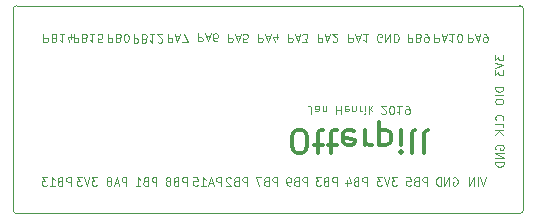
<source format=gbo>
G04 #@! TF.GenerationSoftware,KiCad,Pcbnew,5.0.1*
G04 #@! TF.CreationDate,2019-10-17T01:14:01+02:00*
G04 #@! TF.ProjectId,OtterPill,4F7474657250696C6C2E6B696361645F,rev?*
G04 #@! TF.SameCoordinates,Original*
G04 #@! TF.FileFunction,Legend,Bot*
G04 #@! TF.FilePolarity,Positive*
%FSLAX46Y46*%
G04 Gerber Fmt 4.6, Leading zero omitted, Abs format (unit mm)*
G04 Created by KiCad (PCBNEW 5.0.1) date Thu 17 Oct 2019 01:14:01 AM CEST*
%MOMM*%
%LPD*%
G01*
G04 APERTURE LIST*
%ADD10C,0.100000*%
%ADD11C,0.300000*%
%ADD12C,0.050000*%
G04 APERTURE END LIST*
D10*
X45250000Y-28983333D02*
X45250000Y-28483333D01*
X45216666Y-28383333D01*
X45150000Y-28316666D01*
X45050000Y-28283333D01*
X44983333Y-28283333D01*
X45883333Y-28283333D02*
X45883333Y-28650000D01*
X45850000Y-28716666D01*
X45783333Y-28750000D01*
X45650000Y-28750000D01*
X45583333Y-28716666D01*
X45883333Y-28316666D02*
X45816666Y-28283333D01*
X45650000Y-28283333D01*
X45583333Y-28316666D01*
X45550000Y-28383333D01*
X45550000Y-28450000D01*
X45583333Y-28516666D01*
X45650000Y-28550000D01*
X45816666Y-28550000D01*
X45883333Y-28583333D01*
X46216666Y-28750000D02*
X46216666Y-28283333D01*
X46216666Y-28683333D02*
X46250000Y-28716666D01*
X46316666Y-28750000D01*
X46416666Y-28750000D01*
X46483333Y-28716666D01*
X46516666Y-28650000D01*
X46516666Y-28283333D01*
X47383333Y-28283333D02*
X47383333Y-28983333D01*
X47383333Y-28650000D02*
X47783333Y-28650000D01*
X47783333Y-28283333D02*
X47783333Y-28983333D01*
X48383333Y-28316666D02*
X48316666Y-28283333D01*
X48183333Y-28283333D01*
X48116666Y-28316666D01*
X48083333Y-28383333D01*
X48083333Y-28650000D01*
X48116666Y-28716666D01*
X48183333Y-28750000D01*
X48316666Y-28750000D01*
X48383333Y-28716666D01*
X48416666Y-28650000D01*
X48416666Y-28583333D01*
X48083333Y-28516666D01*
X48716666Y-28750000D02*
X48716666Y-28283333D01*
X48716666Y-28683333D02*
X48749999Y-28716666D01*
X48816666Y-28750000D01*
X48916666Y-28750000D01*
X48983333Y-28716666D01*
X49016666Y-28650000D01*
X49016666Y-28283333D01*
X49349999Y-28283333D02*
X49349999Y-28750000D01*
X49349999Y-28616666D02*
X49383333Y-28683333D01*
X49416666Y-28716666D01*
X49483333Y-28750000D01*
X49549999Y-28750000D01*
X49783333Y-28283333D02*
X49783333Y-28750000D01*
X49783333Y-28983333D02*
X49749999Y-28950000D01*
X49783333Y-28916666D01*
X49816666Y-28950000D01*
X49783333Y-28983333D01*
X49783333Y-28916666D01*
X50116666Y-28283333D02*
X50116666Y-28983333D01*
X50183333Y-28550000D02*
X50383333Y-28283333D01*
X50383333Y-28750000D02*
X50116666Y-28483333D01*
X51183333Y-28916666D02*
X51216666Y-28950000D01*
X51283333Y-28983333D01*
X51449999Y-28983333D01*
X51516666Y-28950000D01*
X51549999Y-28916666D01*
X51583333Y-28850000D01*
X51583333Y-28783333D01*
X51549999Y-28683333D01*
X51149999Y-28283333D01*
X51583333Y-28283333D01*
X52016666Y-28983333D02*
X52083333Y-28983333D01*
X52149999Y-28950000D01*
X52183333Y-28916666D01*
X52216666Y-28850000D01*
X52249999Y-28716666D01*
X52249999Y-28550000D01*
X52216666Y-28416666D01*
X52183333Y-28350000D01*
X52149999Y-28316666D01*
X52083333Y-28283333D01*
X52016666Y-28283333D01*
X51949999Y-28316666D01*
X51916666Y-28350000D01*
X51883333Y-28416666D01*
X51849999Y-28550000D01*
X51849999Y-28716666D01*
X51883333Y-28850000D01*
X51916666Y-28916666D01*
X51949999Y-28950000D01*
X52016666Y-28983333D01*
X52916666Y-28283333D02*
X52516666Y-28283333D01*
X52716666Y-28283333D02*
X52716666Y-28983333D01*
X52649999Y-28883333D01*
X52583333Y-28816666D01*
X52516666Y-28783333D01*
X53249999Y-28283333D02*
X53383333Y-28283333D01*
X53449999Y-28316666D01*
X53483333Y-28350000D01*
X53549999Y-28450000D01*
X53583333Y-28583333D01*
X53583333Y-28850000D01*
X53549999Y-28916666D01*
X53516666Y-28950000D01*
X53449999Y-28983333D01*
X53316666Y-28983333D01*
X53249999Y-28950000D01*
X53216666Y-28916666D01*
X53183333Y-28850000D01*
X53183333Y-28683333D01*
X53216666Y-28616666D01*
X53249999Y-28583333D01*
X53316666Y-28550000D01*
X53449999Y-28550000D01*
X53516666Y-28583333D01*
X53549999Y-28616666D01*
X53583333Y-28683333D01*
D11*
X44061904Y-32295238D02*
X44442857Y-32295238D01*
X44633333Y-32200000D01*
X44823809Y-32009523D01*
X44919047Y-31628571D01*
X44919047Y-30961904D01*
X44823809Y-30580952D01*
X44633333Y-30390476D01*
X44442857Y-30295238D01*
X44061904Y-30295238D01*
X43871428Y-30390476D01*
X43680952Y-30580952D01*
X43585714Y-30961904D01*
X43585714Y-31628571D01*
X43680952Y-32009523D01*
X43871428Y-32200000D01*
X44061904Y-32295238D01*
X45490476Y-31628571D02*
X46252380Y-31628571D01*
X45776190Y-32295238D02*
X45776190Y-30580952D01*
X45871428Y-30390476D01*
X46061904Y-30295238D01*
X46252380Y-30295238D01*
X46633333Y-31628571D02*
X47395238Y-31628571D01*
X46919047Y-32295238D02*
X46919047Y-30580952D01*
X47014285Y-30390476D01*
X47204761Y-30295238D01*
X47395238Y-30295238D01*
X48823809Y-30390476D02*
X48633333Y-30295238D01*
X48252380Y-30295238D01*
X48061904Y-30390476D01*
X47966666Y-30580952D01*
X47966666Y-31342857D01*
X48061904Y-31533333D01*
X48252380Y-31628571D01*
X48633333Y-31628571D01*
X48823809Y-31533333D01*
X48919047Y-31342857D01*
X48919047Y-31152380D01*
X47966666Y-30961904D01*
X49776190Y-30295238D02*
X49776190Y-31628571D01*
X49776190Y-31247619D02*
X49871428Y-31438095D01*
X49966666Y-31533333D01*
X50157142Y-31628571D01*
X50347619Y-31628571D01*
X51014285Y-31628571D02*
X51014285Y-29628571D01*
X51014285Y-31533333D02*
X51204761Y-31628571D01*
X51585714Y-31628571D01*
X51776190Y-31533333D01*
X51871428Y-31438095D01*
X51966666Y-31247619D01*
X51966666Y-30676190D01*
X51871428Y-30485714D01*
X51776190Y-30390476D01*
X51585714Y-30295238D01*
X51204761Y-30295238D01*
X51014285Y-30390476D01*
X52823809Y-30295238D02*
X52823809Y-31628571D01*
X52823809Y-32295238D02*
X52728571Y-32200000D01*
X52823809Y-32104761D01*
X52919047Y-32200000D01*
X52823809Y-32295238D01*
X52823809Y-32104761D01*
X54061904Y-30295238D02*
X53871428Y-30390476D01*
X53776190Y-30580952D01*
X53776190Y-32295238D01*
X55109523Y-30295238D02*
X54919047Y-30390476D01*
X54823809Y-30580952D01*
X54823809Y-32295238D01*
D10*
X60816666Y-23983333D02*
X60816666Y-24416666D01*
X61083333Y-24183333D01*
X61083333Y-24283333D01*
X61116666Y-24350000D01*
X61150000Y-24383333D01*
X61216666Y-24416666D01*
X61383333Y-24416666D01*
X61450000Y-24383333D01*
X61483333Y-24350000D01*
X61516666Y-24283333D01*
X61516666Y-24083333D01*
X61483333Y-24016666D01*
X61450000Y-23983333D01*
X60816666Y-24616666D02*
X61516666Y-24850000D01*
X60816666Y-25083333D01*
X60816666Y-25250000D02*
X60816666Y-25683333D01*
X61083333Y-25450000D01*
X61083333Y-25550000D01*
X61116666Y-25616666D01*
X61150000Y-25650000D01*
X61216666Y-25683333D01*
X61383333Y-25683333D01*
X61450000Y-25650000D01*
X61483333Y-25616666D01*
X61516666Y-25550000D01*
X61516666Y-25350000D01*
X61483333Y-25283333D01*
X61450000Y-25250000D01*
X61516666Y-26683333D02*
X60816666Y-26683333D01*
X60816666Y-26850000D01*
X60850000Y-26950000D01*
X60916666Y-27016666D01*
X60983333Y-27050000D01*
X61116666Y-27083333D01*
X61216666Y-27083333D01*
X61350000Y-27050000D01*
X61416666Y-27016666D01*
X61483333Y-26950000D01*
X61516666Y-26850000D01*
X61516666Y-26683333D01*
X61516666Y-27383333D02*
X60816666Y-27383333D01*
X60816666Y-27850000D02*
X60816666Y-27983333D01*
X60850000Y-28050000D01*
X60916666Y-28116666D01*
X61050000Y-28150000D01*
X61283333Y-28150000D01*
X61416666Y-28116666D01*
X61483333Y-28050000D01*
X61516666Y-27983333D01*
X61516666Y-27850000D01*
X61483333Y-27783333D01*
X61416666Y-27716666D01*
X61283333Y-27683333D01*
X61050000Y-27683333D01*
X60916666Y-27716666D01*
X60850000Y-27783333D01*
X60816666Y-27850000D01*
X61450000Y-29483333D02*
X61483333Y-29450000D01*
X61516666Y-29350000D01*
X61516666Y-29283333D01*
X61483333Y-29183333D01*
X61416666Y-29116666D01*
X61350000Y-29083333D01*
X61216666Y-29050000D01*
X61116666Y-29050000D01*
X60983333Y-29083333D01*
X60916666Y-29116666D01*
X60850000Y-29183333D01*
X60816666Y-29283333D01*
X60816666Y-29350000D01*
X60850000Y-29450000D01*
X60883333Y-29483333D01*
X61516666Y-30116666D02*
X61516666Y-29783333D01*
X60816666Y-29783333D01*
X61516666Y-30350000D02*
X60816666Y-30350000D01*
X61516666Y-30750000D02*
X61116666Y-30450000D01*
X60816666Y-30750000D02*
X61216666Y-30350000D01*
X60875000Y-31966666D02*
X60841666Y-31900000D01*
X60841666Y-31800000D01*
X60875000Y-31700000D01*
X60941666Y-31633333D01*
X61008333Y-31600000D01*
X61141666Y-31566666D01*
X61241666Y-31566666D01*
X61375000Y-31600000D01*
X61441666Y-31633333D01*
X61508333Y-31700000D01*
X61541666Y-31800000D01*
X61541666Y-31866666D01*
X61508333Y-31966666D01*
X61475000Y-32000000D01*
X61241666Y-32000000D01*
X61241666Y-31866666D01*
X61541666Y-32300000D02*
X60841666Y-32300000D01*
X61541666Y-32700000D01*
X60841666Y-32700000D01*
X61541666Y-33033333D02*
X60841666Y-33033333D01*
X60841666Y-33200000D01*
X60875000Y-33300000D01*
X60941666Y-33366666D01*
X61008333Y-33400000D01*
X61141666Y-33433333D01*
X61241666Y-33433333D01*
X61375000Y-33400000D01*
X61441666Y-33366666D01*
X61508333Y-33300000D01*
X61541666Y-33200000D01*
X61541666Y-33033333D01*
X51191666Y-22850000D02*
X51125000Y-22883333D01*
X51025000Y-22883333D01*
X50925000Y-22850000D01*
X50858333Y-22783333D01*
X50825000Y-22716666D01*
X50791666Y-22583333D01*
X50791666Y-22483333D01*
X50825000Y-22350000D01*
X50858333Y-22283333D01*
X50925000Y-22216666D01*
X51025000Y-22183333D01*
X51091666Y-22183333D01*
X51191666Y-22216666D01*
X51225000Y-22250000D01*
X51225000Y-22483333D01*
X51091666Y-22483333D01*
X51525000Y-22183333D02*
X51525000Y-22883333D01*
X51925000Y-22183333D01*
X51925000Y-22883333D01*
X52258333Y-22183333D02*
X52258333Y-22883333D01*
X52425000Y-22883333D01*
X52525000Y-22850000D01*
X52591666Y-22783333D01*
X52625000Y-22716666D01*
X52658333Y-22583333D01*
X52658333Y-22483333D01*
X52625000Y-22350000D01*
X52591666Y-22283333D01*
X52525000Y-22216666D01*
X52425000Y-22183333D01*
X52258333Y-22183333D01*
X28008333Y-22183333D02*
X28008333Y-22883333D01*
X28275000Y-22883333D01*
X28341666Y-22850000D01*
X28375000Y-22816666D01*
X28408333Y-22750000D01*
X28408333Y-22650000D01*
X28375000Y-22583333D01*
X28341666Y-22550000D01*
X28275000Y-22516666D01*
X28008333Y-22516666D01*
X28941666Y-22550000D02*
X29041666Y-22516666D01*
X29075000Y-22483333D01*
X29108333Y-22416666D01*
X29108333Y-22316666D01*
X29075000Y-22250000D01*
X29041666Y-22216666D01*
X28975000Y-22183333D01*
X28708333Y-22183333D01*
X28708333Y-22883333D01*
X28941666Y-22883333D01*
X29008333Y-22850000D01*
X29041666Y-22816666D01*
X29075000Y-22750000D01*
X29075000Y-22683333D01*
X29041666Y-22616666D01*
X29008333Y-22583333D01*
X28941666Y-22550000D01*
X28708333Y-22550000D01*
X29541666Y-22883333D02*
X29608333Y-22883333D01*
X29675000Y-22850000D01*
X29708333Y-22816666D01*
X29741666Y-22750000D01*
X29775000Y-22616666D01*
X29775000Y-22450000D01*
X29741666Y-22316666D01*
X29708333Y-22250000D01*
X29675000Y-22216666D01*
X29608333Y-22183333D01*
X29541666Y-22183333D01*
X29475000Y-22216666D01*
X29441666Y-22250000D01*
X29408333Y-22316666D01*
X29375000Y-22450000D01*
X29375000Y-22616666D01*
X29408333Y-22750000D01*
X29441666Y-22816666D01*
X29475000Y-22850000D01*
X29541666Y-22883333D01*
X53408333Y-22183333D02*
X53408333Y-22883333D01*
X53675000Y-22883333D01*
X53741666Y-22850000D01*
X53775000Y-22816666D01*
X53808333Y-22750000D01*
X53808333Y-22650000D01*
X53775000Y-22583333D01*
X53741666Y-22550000D01*
X53675000Y-22516666D01*
X53408333Y-22516666D01*
X54341666Y-22550000D02*
X54441666Y-22516666D01*
X54475000Y-22483333D01*
X54508333Y-22416666D01*
X54508333Y-22316666D01*
X54475000Y-22250000D01*
X54441666Y-22216666D01*
X54375000Y-22183333D01*
X54108333Y-22183333D01*
X54108333Y-22883333D01*
X54341666Y-22883333D01*
X54408333Y-22850000D01*
X54441666Y-22816666D01*
X54475000Y-22750000D01*
X54475000Y-22683333D01*
X54441666Y-22616666D01*
X54408333Y-22583333D01*
X54341666Y-22550000D01*
X54108333Y-22550000D01*
X54841666Y-22183333D02*
X54975000Y-22183333D01*
X55041666Y-22216666D01*
X55075000Y-22250000D01*
X55141666Y-22350000D01*
X55175000Y-22483333D01*
X55175000Y-22750000D01*
X55141666Y-22816666D01*
X55108333Y-22850000D01*
X55041666Y-22883333D01*
X54908333Y-22883333D01*
X54841666Y-22850000D01*
X54808333Y-22816666D01*
X54775000Y-22750000D01*
X54775000Y-22583333D01*
X54808333Y-22516666D01*
X54841666Y-22483333D01*
X54908333Y-22450000D01*
X55041666Y-22450000D01*
X55108333Y-22483333D01*
X55141666Y-22516666D01*
X55175000Y-22583333D01*
X30200000Y-22233333D02*
X30200000Y-22933333D01*
X30466666Y-22933333D01*
X30533333Y-22900000D01*
X30566666Y-22866666D01*
X30600000Y-22800000D01*
X30600000Y-22700000D01*
X30566666Y-22633333D01*
X30533333Y-22600000D01*
X30466666Y-22566666D01*
X30200000Y-22566666D01*
X31133333Y-22600000D02*
X31233333Y-22566666D01*
X31266666Y-22533333D01*
X31300000Y-22466666D01*
X31300000Y-22366666D01*
X31266666Y-22300000D01*
X31233333Y-22266666D01*
X31166666Y-22233333D01*
X30900000Y-22233333D01*
X30900000Y-22933333D01*
X31133333Y-22933333D01*
X31200000Y-22900000D01*
X31233333Y-22866666D01*
X31266666Y-22800000D01*
X31266666Y-22733333D01*
X31233333Y-22666666D01*
X31200000Y-22633333D01*
X31133333Y-22600000D01*
X30900000Y-22600000D01*
X31966666Y-22233333D02*
X31566666Y-22233333D01*
X31766666Y-22233333D02*
X31766666Y-22933333D01*
X31700000Y-22833333D01*
X31633333Y-22766666D01*
X31566666Y-22733333D01*
X32233333Y-22866666D02*
X32266666Y-22900000D01*
X32333333Y-22933333D01*
X32500000Y-22933333D01*
X32566666Y-22900000D01*
X32600000Y-22866666D01*
X32633333Y-22800000D01*
X32633333Y-22733333D01*
X32600000Y-22633333D01*
X32200000Y-22233333D01*
X32633333Y-22233333D01*
X35658333Y-22133333D02*
X35658333Y-22833333D01*
X35925000Y-22833333D01*
X35991666Y-22800000D01*
X36025000Y-22766666D01*
X36058333Y-22700000D01*
X36058333Y-22600000D01*
X36025000Y-22533333D01*
X35991666Y-22500000D01*
X35925000Y-22466666D01*
X35658333Y-22466666D01*
X36325000Y-22333333D02*
X36658333Y-22333333D01*
X36258333Y-22133333D02*
X36491666Y-22833333D01*
X36725000Y-22133333D01*
X37258333Y-22833333D02*
X37125000Y-22833333D01*
X37058333Y-22800000D01*
X37025000Y-22766666D01*
X36958333Y-22666666D01*
X36925000Y-22533333D01*
X36925000Y-22266666D01*
X36958333Y-22200000D01*
X36991666Y-22166666D01*
X37058333Y-22133333D01*
X37191666Y-22133333D01*
X37258333Y-22166666D01*
X37291666Y-22200000D01*
X37325000Y-22266666D01*
X37325000Y-22433333D01*
X37291666Y-22500000D01*
X37258333Y-22533333D01*
X37191666Y-22566666D01*
X37058333Y-22566666D01*
X36991666Y-22533333D01*
X36958333Y-22500000D01*
X36925000Y-22433333D01*
X55675000Y-22183333D02*
X55675000Y-22883333D01*
X55941666Y-22883333D01*
X56008333Y-22850000D01*
X56041666Y-22816666D01*
X56075000Y-22750000D01*
X56075000Y-22650000D01*
X56041666Y-22583333D01*
X56008333Y-22550000D01*
X55941666Y-22516666D01*
X55675000Y-22516666D01*
X56341666Y-22383333D02*
X56675000Y-22383333D01*
X56275000Y-22183333D02*
X56508333Y-22883333D01*
X56741666Y-22183333D01*
X57341666Y-22183333D02*
X56941666Y-22183333D01*
X57141666Y-22183333D02*
X57141666Y-22883333D01*
X57075000Y-22783333D01*
X57008333Y-22716666D01*
X56941666Y-22683333D01*
X57775000Y-22883333D02*
X57841666Y-22883333D01*
X57908333Y-22850000D01*
X57941666Y-22816666D01*
X57975000Y-22750000D01*
X58008333Y-22616666D01*
X58008333Y-22450000D01*
X57975000Y-22316666D01*
X57941666Y-22250000D01*
X57908333Y-22216666D01*
X57841666Y-22183333D01*
X57775000Y-22183333D01*
X57708333Y-22216666D01*
X57675000Y-22250000D01*
X57641666Y-22316666D01*
X57608333Y-22450000D01*
X57608333Y-22616666D01*
X57641666Y-22750000D01*
X57675000Y-22816666D01*
X57708333Y-22850000D01*
X57775000Y-22883333D01*
X48383333Y-22183333D02*
X48383333Y-22883333D01*
X48650000Y-22883333D01*
X48716666Y-22850000D01*
X48750000Y-22816666D01*
X48783333Y-22750000D01*
X48783333Y-22650000D01*
X48750000Y-22583333D01*
X48716666Y-22550000D01*
X48650000Y-22516666D01*
X48383333Y-22516666D01*
X49050000Y-22383333D02*
X49383333Y-22383333D01*
X48983333Y-22183333D02*
X49216666Y-22883333D01*
X49450000Y-22183333D01*
X50050000Y-22183333D02*
X49650000Y-22183333D01*
X49850000Y-22183333D02*
X49850000Y-22883333D01*
X49783333Y-22783333D01*
X49716666Y-22716666D01*
X49650000Y-22683333D01*
X38208333Y-22183333D02*
X38208333Y-22883333D01*
X38475000Y-22883333D01*
X38541666Y-22850000D01*
X38575000Y-22816666D01*
X38608333Y-22750000D01*
X38608333Y-22650000D01*
X38575000Y-22583333D01*
X38541666Y-22550000D01*
X38475000Y-22516666D01*
X38208333Y-22516666D01*
X38875000Y-22383333D02*
X39208333Y-22383333D01*
X38808333Y-22183333D02*
X39041666Y-22883333D01*
X39275000Y-22183333D01*
X39841666Y-22883333D02*
X39508333Y-22883333D01*
X39475000Y-22550000D01*
X39508333Y-22583333D01*
X39575000Y-22616666D01*
X39741666Y-22616666D01*
X39808333Y-22583333D01*
X39841666Y-22550000D01*
X39875000Y-22483333D01*
X39875000Y-22316666D01*
X39841666Y-22250000D01*
X39808333Y-22216666D01*
X39741666Y-22183333D01*
X39575000Y-22183333D01*
X39508333Y-22216666D01*
X39475000Y-22250000D01*
X22575000Y-22183333D02*
X22575000Y-22883333D01*
X22841666Y-22883333D01*
X22908333Y-22850000D01*
X22941666Y-22816666D01*
X22975000Y-22750000D01*
X22975000Y-22650000D01*
X22941666Y-22583333D01*
X22908333Y-22550000D01*
X22841666Y-22516666D01*
X22575000Y-22516666D01*
X23508333Y-22550000D02*
X23608333Y-22516666D01*
X23641666Y-22483333D01*
X23675000Y-22416666D01*
X23675000Y-22316666D01*
X23641666Y-22250000D01*
X23608333Y-22216666D01*
X23541666Y-22183333D01*
X23275000Y-22183333D01*
X23275000Y-22883333D01*
X23508333Y-22883333D01*
X23575000Y-22850000D01*
X23608333Y-22816666D01*
X23641666Y-22750000D01*
X23641666Y-22683333D01*
X23608333Y-22616666D01*
X23575000Y-22583333D01*
X23508333Y-22550000D01*
X23275000Y-22550000D01*
X24341666Y-22183333D02*
X23941666Y-22183333D01*
X24141666Y-22183333D02*
X24141666Y-22883333D01*
X24075000Y-22783333D01*
X24008333Y-22716666D01*
X23941666Y-22683333D01*
X24941666Y-22650000D02*
X24941666Y-22183333D01*
X24775000Y-22916666D02*
X24608333Y-22416666D01*
X25041666Y-22416666D01*
X43258333Y-22183333D02*
X43258333Y-22883333D01*
X43525000Y-22883333D01*
X43591666Y-22850000D01*
X43625000Y-22816666D01*
X43658333Y-22750000D01*
X43658333Y-22650000D01*
X43625000Y-22583333D01*
X43591666Y-22550000D01*
X43525000Y-22516666D01*
X43258333Y-22516666D01*
X43925000Y-22383333D02*
X44258333Y-22383333D01*
X43858333Y-22183333D02*
X44091666Y-22883333D01*
X44325000Y-22183333D01*
X44491666Y-22883333D02*
X44925000Y-22883333D01*
X44691666Y-22616666D01*
X44791666Y-22616666D01*
X44858333Y-22583333D01*
X44891666Y-22550000D01*
X44925000Y-22483333D01*
X44925000Y-22316666D01*
X44891666Y-22250000D01*
X44858333Y-22216666D01*
X44791666Y-22183333D01*
X44591666Y-22183333D01*
X44525000Y-22216666D01*
X44491666Y-22250000D01*
X58508333Y-22183333D02*
X58508333Y-22883333D01*
X58775000Y-22883333D01*
X58841666Y-22850000D01*
X58875000Y-22816666D01*
X58908333Y-22750000D01*
X58908333Y-22650000D01*
X58875000Y-22583333D01*
X58841666Y-22550000D01*
X58775000Y-22516666D01*
X58508333Y-22516666D01*
X59175000Y-22383333D02*
X59508333Y-22383333D01*
X59108333Y-22183333D02*
X59341666Y-22883333D01*
X59575000Y-22183333D01*
X59841666Y-22183333D02*
X59975000Y-22183333D01*
X60041666Y-22216666D01*
X60075000Y-22250000D01*
X60141666Y-22350000D01*
X60175000Y-22483333D01*
X60175000Y-22750000D01*
X60141666Y-22816666D01*
X60108333Y-22850000D01*
X60041666Y-22883333D01*
X59908333Y-22883333D01*
X59841666Y-22850000D01*
X59808333Y-22816666D01*
X59775000Y-22750000D01*
X59775000Y-22583333D01*
X59808333Y-22516666D01*
X59841666Y-22483333D01*
X59908333Y-22450000D01*
X60041666Y-22450000D01*
X60108333Y-22483333D01*
X60141666Y-22516666D01*
X60175000Y-22583333D01*
X25125000Y-22183333D02*
X25125000Y-22883333D01*
X25391666Y-22883333D01*
X25458333Y-22850000D01*
X25491666Y-22816666D01*
X25525000Y-22750000D01*
X25525000Y-22650000D01*
X25491666Y-22583333D01*
X25458333Y-22550000D01*
X25391666Y-22516666D01*
X25125000Y-22516666D01*
X26058333Y-22550000D02*
X26158333Y-22516666D01*
X26191666Y-22483333D01*
X26225000Y-22416666D01*
X26225000Y-22316666D01*
X26191666Y-22250000D01*
X26158333Y-22216666D01*
X26091666Y-22183333D01*
X25825000Y-22183333D01*
X25825000Y-22883333D01*
X26058333Y-22883333D01*
X26125000Y-22850000D01*
X26158333Y-22816666D01*
X26191666Y-22750000D01*
X26191666Y-22683333D01*
X26158333Y-22616666D01*
X26125000Y-22583333D01*
X26058333Y-22550000D01*
X25825000Y-22550000D01*
X26891666Y-22183333D02*
X26491666Y-22183333D01*
X26691666Y-22183333D02*
X26691666Y-22883333D01*
X26625000Y-22783333D01*
X26558333Y-22716666D01*
X26491666Y-22683333D01*
X27525000Y-22883333D02*
X27191666Y-22883333D01*
X27158333Y-22550000D01*
X27191666Y-22583333D01*
X27258333Y-22616666D01*
X27425000Y-22616666D01*
X27491666Y-22583333D01*
X27525000Y-22550000D01*
X27558333Y-22483333D01*
X27558333Y-22316666D01*
X27525000Y-22250000D01*
X27491666Y-22216666D01*
X27425000Y-22183333D01*
X27258333Y-22183333D01*
X27191666Y-22216666D01*
X27158333Y-22250000D01*
X40733333Y-22183333D02*
X40733333Y-22883333D01*
X41000000Y-22883333D01*
X41066666Y-22850000D01*
X41100000Y-22816666D01*
X41133333Y-22750000D01*
X41133333Y-22650000D01*
X41100000Y-22583333D01*
X41066666Y-22550000D01*
X41000000Y-22516666D01*
X40733333Y-22516666D01*
X41400000Y-22383333D02*
X41733333Y-22383333D01*
X41333333Y-22183333D02*
X41566666Y-22883333D01*
X41800000Y-22183333D01*
X42333333Y-22650000D02*
X42333333Y-22183333D01*
X42166666Y-22916666D02*
X42000000Y-22416666D01*
X42433333Y-22416666D01*
X33083333Y-22183333D02*
X33083333Y-22883333D01*
X33350000Y-22883333D01*
X33416666Y-22850000D01*
X33450000Y-22816666D01*
X33483333Y-22750000D01*
X33483333Y-22650000D01*
X33450000Y-22583333D01*
X33416666Y-22550000D01*
X33350000Y-22516666D01*
X33083333Y-22516666D01*
X33750000Y-22383333D02*
X34083333Y-22383333D01*
X33683333Y-22183333D02*
X33916666Y-22883333D01*
X34150000Y-22183333D01*
X34316666Y-22883333D02*
X34783333Y-22883333D01*
X34483333Y-22183333D01*
X45783333Y-22183333D02*
X45783333Y-22883333D01*
X46050000Y-22883333D01*
X46116666Y-22850000D01*
X46150000Y-22816666D01*
X46183333Y-22750000D01*
X46183333Y-22650000D01*
X46150000Y-22583333D01*
X46116666Y-22550000D01*
X46050000Y-22516666D01*
X45783333Y-22516666D01*
X46450000Y-22383333D02*
X46783333Y-22383333D01*
X46383333Y-22183333D02*
X46616666Y-22883333D01*
X46850000Y-22183333D01*
X47050000Y-22816666D02*
X47083333Y-22850000D01*
X47150000Y-22883333D01*
X47316666Y-22883333D01*
X47383333Y-22850000D01*
X47416666Y-22816666D01*
X47450000Y-22750000D01*
X47450000Y-22683333D01*
X47416666Y-22583333D01*
X47016666Y-22183333D01*
X47450000Y-22183333D01*
X42341666Y-35041666D02*
X42341666Y-34341666D01*
X42075000Y-34341666D01*
X42008333Y-34375000D01*
X41975000Y-34408333D01*
X41941666Y-34475000D01*
X41941666Y-34575000D01*
X41975000Y-34641666D01*
X42008333Y-34675000D01*
X42075000Y-34708333D01*
X42341666Y-34708333D01*
X41408333Y-34675000D02*
X41308333Y-34708333D01*
X41275000Y-34741666D01*
X41241666Y-34808333D01*
X41241666Y-34908333D01*
X41275000Y-34975000D01*
X41308333Y-35008333D01*
X41375000Y-35041666D01*
X41641666Y-35041666D01*
X41641666Y-34341666D01*
X41408333Y-34341666D01*
X41341666Y-34375000D01*
X41308333Y-34408333D01*
X41275000Y-34475000D01*
X41275000Y-34541666D01*
X41308333Y-34608333D01*
X41341666Y-34641666D01*
X41408333Y-34675000D01*
X41641666Y-34675000D01*
X41008333Y-34341666D02*
X40541666Y-34341666D01*
X40841666Y-35041666D01*
X57258333Y-34375000D02*
X57325000Y-34341666D01*
X57425000Y-34341666D01*
X57525000Y-34375000D01*
X57591666Y-34441666D01*
X57625000Y-34508333D01*
X57658333Y-34641666D01*
X57658333Y-34741666D01*
X57625000Y-34875000D01*
X57591666Y-34941666D01*
X57525000Y-35008333D01*
X57425000Y-35041666D01*
X57358333Y-35041666D01*
X57258333Y-35008333D01*
X57225000Y-34975000D01*
X57225000Y-34741666D01*
X57358333Y-34741666D01*
X56925000Y-35041666D02*
X56925000Y-34341666D01*
X56525000Y-35041666D01*
X56525000Y-34341666D01*
X56191666Y-35041666D02*
X56191666Y-34341666D01*
X56025000Y-34341666D01*
X55925000Y-34375000D01*
X55858333Y-34441666D01*
X55825000Y-34508333D01*
X55791666Y-34641666D01*
X55791666Y-34741666D01*
X55825000Y-34875000D01*
X55858333Y-34941666D01*
X55925000Y-35008333D01*
X56025000Y-35041666D01*
X56191666Y-35041666D01*
X32141666Y-35041666D02*
X32141666Y-34341666D01*
X31875000Y-34341666D01*
X31808333Y-34375000D01*
X31775000Y-34408333D01*
X31741666Y-34475000D01*
X31741666Y-34575000D01*
X31775000Y-34641666D01*
X31808333Y-34675000D01*
X31875000Y-34708333D01*
X32141666Y-34708333D01*
X31208333Y-34675000D02*
X31108333Y-34708333D01*
X31075000Y-34741666D01*
X31041666Y-34808333D01*
X31041666Y-34908333D01*
X31075000Y-34975000D01*
X31108333Y-35008333D01*
X31175000Y-35041666D01*
X31441666Y-35041666D01*
X31441666Y-34341666D01*
X31208333Y-34341666D01*
X31141666Y-34375000D01*
X31108333Y-34408333D01*
X31075000Y-34475000D01*
X31075000Y-34541666D01*
X31108333Y-34608333D01*
X31141666Y-34641666D01*
X31208333Y-34675000D01*
X31441666Y-34675000D01*
X30375000Y-35041666D02*
X30775000Y-35041666D01*
X30575000Y-35041666D02*
X30575000Y-34341666D01*
X30641666Y-34441666D01*
X30708333Y-34508333D01*
X30775000Y-34541666D01*
X29591666Y-35041666D02*
X29591666Y-34341666D01*
X29325000Y-34341666D01*
X29258333Y-34375000D01*
X29225000Y-34408333D01*
X29191666Y-34475000D01*
X29191666Y-34575000D01*
X29225000Y-34641666D01*
X29258333Y-34675000D01*
X29325000Y-34708333D01*
X29591666Y-34708333D01*
X28925000Y-34841666D02*
X28591666Y-34841666D01*
X28991666Y-35041666D02*
X28758333Y-34341666D01*
X28525000Y-35041666D01*
X28191666Y-34641666D02*
X28258333Y-34608333D01*
X28291666Y-34575000D01*
X28325000Y-34508333D01*
X28325000Y-34475000D01*
X28291666Y-34408333D01*
X28258333Y-34375000D01*
X28191666Y-34341666D01*
X28058333Y-34341666D01*
X27991666Y-34375000D01*
X27958333Y-34408333D01*
X27925000Y-34475000D01*
X27925000Y-34508333D01*
X27958333Y-34575000D01*
X27991666Y-34608333D01*
X28058333Y-34641666D01*
X28191666Y-34641666D01*
X28258333Y-34675000D01*
X28291666Y-34708333D01*
X28325000Y-34775000D01*
X28325000Y-34908333D01*
X28291666Y-34975000D01*
X28258333Y-35008333D01*
X28191666Y-35041666D01*
X28058333Y-35041666D01*
X27991666Y-35008333D01*
X27958333Y-34975000D01*
X27925000Y-34908333D01*
X27925000Y-34775000D01*
X27958333Y-34708333D01*
X27991666Y-34675000D01*
X28058333Y-34641666D01*
X47391666Y-35041666D02*
X47391666Y-34341666D01*
X47125000Y-34341666D01*
X47058333Y-34375000D01*
X47025000Y-34408333D01*
X46991666Y-34475000D01*
X46991666Y-34575000D01*
X47025000Y-34641666D01*
X47058333Y-34675000D01*
X47125000Y-34708333D01*
X47391666Y-34708333D01*
X46458333Y-34675000D02*
X46358333Y-34708333D01*
X46325000Y-34741666D01*
X46291666Y-34808333D01*
X46291666Y-34908333D01*
X46325000Y-34975000D01*
X46358333Y-35008333D01*
X46425000Y-35041666D01*
X46691666Y-35041666D01*
X46691666Y-34341666D01*
X46458333Y-34341666D01*
X46391666Y-34375000D01*
X46358333Y-34408333D01*
X46325000Y-34475000D01*
X46325000Y-34541666D01*
X46358333Y-34608333D01*
X46391666Y-34641666D01*
X46458333Y-34675000D01*
X46691666Y-34675000D01*
X46058333Y-34341666D02*
X45625000Y-34341666D01*
X45858333Y-34608333D01*
X45758333Y-34608333D01*
X45691666Y-34641666D01*
X45658333Y-34675000D01*
X45625000Y-34741666D01*
X45625000Y-34908333D01*
X45658333Y-34975000D01*
X45691666Y-35008333D01*
X45758333Y-35041666D01*
X45958333Y-35041666D01*
X46025000Y-35008333D01*
X46058333Y-34975000D01*
X52491666Y-34341666D02*
X52058333Y-34341666D01*
X52291666Y-34608333D01*
X52191666Y-34608333D01*
X52125000Y-34641666D01*
X52091666Y-34675000D01*
X52058333Y-34741666D01*
X52058333Y-34908333D01*
X52091666Y-34975000D01*
X52125000Y-35008333D01*
X52191666Y-35041666D01*
X52391666Y-35041666D01*
X52458333Y-35008333D01*
X52491666Y-34975000D01*
X51858333Y-34341666D02*
X51625000Y-35041666D01*
X51391666Y-34341666D01*
X51225000Y-34341666D02*
X50791666Y-34341666D01*
X51025000Y-34608333D01*
X50925000Y-34608333D01*
X50858333Y-34641666D01*
X50825000Y-34675000D01*
X50791666Y-34741666D01*
X50791666Y-34908333D01*
X50825000Y-34975000D01*
X50858333Y-35008333D01*
X50925000Y-35041666D01*
X51125000Y-35041666D01*
X51191666Y-35008333D01*
X51225000Y-34975000D01*
X55041666Y-35041666D02*
X55041666Y-34341666D01*
X54775000Y-34341666D01*
X54708333Y-34375000D01*
X54675000Y-34408333D01*
X54641666Y-34475000D01*
X54641666Y-34575000D01*
X54675000Y-34641666D01*
X54708333Y-34675000D01*
X54775000Y-34708333D01*
X55041666Y-34708333D01*
X54108333Y-34675000D02*
X54008333Y-34708333D01*
X53975000Y-34741666D01*
X53941666Y-34808333D01*
X53941666Y-34908333D01*
X53975000Y-34975000D01*
X54008333Y-35008333D01*
X54075000Y-35041666D01*
X54341666Y-35041666D01*
X54341666Y-34341666D01*
X54108333Y-34341666D01*
X54041666Y-34375000D01*
X54008333Y-34408333D01*
X53975000Y-34475000D01*
X53975000Y-34541666D01*
X54008333Y-34608333D01*
X54041666Y-34641666D01*
X54108333Y-34675000D01*
X54341666Y-34675000D01*
X53308333Y-34341666D02*
X53641666Y-34341666D01*
X53675000Y-34675000D01*
X53641666Y-34641666D01*
X53575000Y-34608333D01*
X53408333Y-34608333D01*
X53341666Y-34641666D01*
X53308333Y-34675000D01*
X53275000Y-34741666D01*
X53275000Y-34908333D01*
X53308333Y-34975000D01*
X53341666Y-35008333D01*
X53408333Y-35041666D01*
X53575000Y-35041666D01*
X53641666Y-35008333D01*
X53675000Y-34975000D01*
X49941666Y-35041666D02*
X49941666Y-34341666D01*
X49675000Y-34341666D01*
X49608333Y-34375000D01*
X49575000Y-34408333D01*
X49541666Y-34475000D01*
X49541666Y-34575000D01*
X49575000Y-34641666D01*
X49608333Y-34675000D01*
X49675000Y-34708333D01*
X49941666Y-34708333D01*
X49008333Y-34675000D02*
X48908333Y-34708333D01*
X48875000Y-34741666D01*
X48841666Y-34808333D01*
X48841666Y-34908333D01*
X48875000Y-34975000D01*
X48908333Y-35008333D01*
X48975000Y-35041666D01*
X49241666Y-35041666D01*
X49241666Y-34341666D01*
X49008333Y-34341666D01*
X48941666Y-34375000D01*
X48908333Y-34408333D01*
X48875000Y-34475000D01*
X48875000Y-34541666D01*
X48908333Y-34608333D01*
X48941666Y-34641666D01*
X49008333Y-34675000D01*
X49241666Y-34675000D01*
X48241666Y-34575000D02*
X48241666Y-35041666D01*
X48408333Y-34308333D02*
X48575000Y-34808333D01*
X48141666Y-34808333D01*
X37575000Y-35041666D02*
X37575000Y-34341666D01*
X37308333Y-34341666D01*
X37241666Y-34375000D01*
X37208333Y-34408333D01*
X37175000Y-34475000D01*
X37175000Y-34575000D01*
X37208333Y-34641666D01*
X37241666Y-34675000D01*
X37308333Y-34708333D01*
X37575000Y-34708333D01*
X36908333Y-34841666D02*
X36575000Y-34841666D01*
X36975000Y-35041666D02*
X36741666Y-34341666D01*
X36508333Y-35041666D01*
X35908333Y-35041666D02*
X36308333Y-35041666D01*
X36108333Y-35041666D02*
X36108333Y-34341666D01*
X36175000Y-34441666D01*
X36241666Y-34508333D01*
X36308333Y-34541666D01*
X35275000Y-34341666D02*
X35608333Y-34341666D01*
X35641666Y-34675000D01*
X35608333Y-34641666D01*
X35541666Y-34608333D01*
X35375000Y-34608333D01*
X35308333Y-34641666D01*
X35275000Y-34675000D01*
X35241666Y-34741666D01*
X35241666Y-34908333D01*
X35275000Y-34975000D01*
X35308333Y-35008333D01*
X35375000Y-35041666D01*
X35541666Y-35041666D01*
X35608333Y-35008333D01*
X35641666Y-34975000D01*
X39791666Y-35041666D02*
X39791666Y-34341666D01*
X39525000Y-34341666D01*
X39458333Y-34375000D01*
X39425000Y-34408333D01*
X39391666Y-34475000D01*
X39391666Y-34575000D01*
X39425000Y-34641666D01*
X39458333Y-34675000D01*
X39525000Y-34708333D01*
X39791666Y-34708333D01*
X38858333Y-34675000D02*
X38758333Y-34708333D01*
X38725000Y-34741666D01*
X38691666Y-34808333D01*
X38691666Y-34908333D01*
X38725000Y-34975000D01*
X38758333Y-35008333D01*
X38825000Y-35041666D01*
X39091666Y-35041666D01*
X39091666Y-34341666D01*
X38858333Y-34341666D01*
X38791666Y-34375000D01*
X38758333Y-34408333D01*
X38725000Y-34475000D01*
X38725000Y-34541666D01*
X38758333Y-34608333D01*
X38791666Y-34641666D01*
X38858333Y-34675000D01*
X39091666Y-34675000D01*
X38425000Y-34408333D02*
X38391666Y-34375000D01*
X38325000Y-34341666D01*
X38158333Y-34341666D01*
X38091666Y-34375000D01*
X38058333Y-34408333D01*
X38025000Y-34475000D01*
X38025000Y-34541666D01*
X38058333Y-34641666D01*
X38458333Y-35041666D01*
X38025000Y-35041666D01*
X60041666Y-34341666D02*
X59808333Y-35041666D01*
X59575000Y-34341666D01*
X59341666Y-35041666D02*
X59341666Y-34341666D01*
X59008333Y-35041666D02*
X59008333Y-34341666D01*
X58608333Y-35041666D01*
X58608333Y-34341666D01*
X34691666Y-35041666D02*
X34691666Y-34341666D01*
X34425000Y-34341666D01*
X34358333Y-34375000D01*
X34325000Y-34408333D01*
X34291666Y-34475000D01*
X34291666Y-34575000D01*
X34325000Y-34641666D01*
X34358333Y-34675000D01*
X34425000Y-34708333D01*
X34691666Y-34708333D01*
X33758333Y-34675000D02*
X33658333Y-34708333D01*
X33625000Y-34741666D01*
X33591666Y-34808333D01*
X33591666Y-34908333D01*
X33625000Y-34975000D01*
X33658333Y-35008333D01*
X33725000Y-35041666D01*
X33991666Y-35041666D01*
X33991666Y-34341666D01*
X33758333Y-34341666D01*
X33691666Y-34375000D01*
X33658333Y-34408333D01*
X33625000Y-34475000D01*
X33625000Y-34541666D01*
X33658333Y-34608333D01*
X33691666Y-34641666D01*
X33758333Y-34675000D01*
X33991666Y-34675000D01*
X33191666Y-34641666D02*
X33258333Y-34608333D01*
X33291666Y-34575000D01*
X33325000Y-34508333D01*
X33325000Y-34475000D01*
X33291666Y-34408333D01*
X33258333Y-34375000D01*
X33191666Y-34341666D01*
X33058333Y-34341666D01*
X32991666Y-34375000D01*
X32958333Y-34408333D01*
X32925000Y-34475000D01*
X32925000Y-34508333D01*
X32958333Y-34575000D01*
X32991666Y-34608333D01*
X33058333Y-34641666D01*
X33191666Y-34641666D01*
X33258333Y-34675000D01*
X33291666Y-34708333D01*
X33325000Y-34775000D01*
X33325000Y-34908333D01*
X33291666Y-34975000D01*
X33258333Y-35008333D01*
X33191666Y-35041666D01*
X33058333Y-35041666D01*
X32991666Y-35008333D01*
X32958333Y-34975000D01*
X32925000Y-34908333D01*
X32925000Y-34775000D01*
X32958333Y-34708333D01*
X32991666Y-34675000D01*
X33058333Y-34641666D01*
X44891666Y-35041666D02*
X44891666Y-34341666D01*
X44625000Y-34341666D01*
X44558333Y-34375000D01*
X44525000Y-34408333D01*
X44491666Y-34475000D01*
X44491666Y-34575000D01*
X44525000Y-34641666D01*
X44558333Y-34675000D01*
X44625000Y-34708333D01*
X44891666Y-34708333D01*
X43958333Y-34675000D02*
X43858333Y-34708333D01*
X43825000Y-34741666D01*
X43791666Y-34808333D01*
X43791666Y-34908333D01*
X43825000Y-34975000D01*
X43858333Y-35008333D01*
X43925000Y-35041666D01*
X44191666Y-35041666D01*
X44191666Y-34341666D01*
X43958333Y-34341666D01*
X43891666Y-34375000D01*
X43858333Y-34408333D01*
X43825000Y-34475000D01*
X43825000Y-34541666D01*
X43858333Y-34608333D01*
X43891666Y-34641666D01*
X43958333Y-34675000D01*
X44191666Y-34675000D01*
X43458333Y-35041666D02*
X43325000Y-35041666D01*
X43258333Y-35008333D01*
X43225000Y-34975000D01*
X43158333Y-34875000D01*
X43125000Y-34741666D01*
X43125000Y-34475000D01*
X43158333Y-34408333D01*
X43191666Y-34375000D01*
X43258333Y-34341666D01*
X43391666Y-34341666D01*
X43458333Y-34375000D01*
X43491666Y-34408333D01*
X43525000Y-34475000D01*
X43525000Y-34641666D01*
X43491666Y-34708333D01*
X43458333Y-34741666D01*
X43391666Y-34775000D01*
X43258333Y-34775000D01*
X43191666Y-34741666D01*
X43158333Y-34708333D01*
X43125000Y-34641666D01*
X24875000Y-35041666D02*
X24875000Y-34341666D01*
X24608333Y-34341666D01*
X24541666Y-34375000D01*
X24508333Y-34408333D01*
X24475000Y-34475000D01*
X24475000Y-34575000D01*
X24508333Y-34641666D01*
X24541666Y-34675000D01*
X24608333Y-34708333D01*
X24875000Y-34708333D01*
X23941666Y-34675000D02*
X23841666Y-34708333D01*
X23808333Y-34741666D01*
X23775000Y-34808333D01*
X23775000Y-34908333D01*
X23808333Y-34975000D01*
X23841666Y-35008333D01*
X23908333Y-35041666D01*
X24175000Y-35041666D01*
X24175000Y-34341666D01*
X23941666Y-34341666D01*
X23875000Y-34375000D01*
X23841666Y-34408333D01*
X23808333Y-34475000D01*
X23808333Y-34541666D01*
X23841666Y-34608333D01*
X23875000Y-34641666D01*
X23941666Y-34675000D01*
X24175000Y-34675000D01*
X23108333Y-35041666D02*
X23508333Y-35041666D01*
X23308333Y-35041666D02*
X23308333Y-34341666D01*
X23375000Y-34441666D01*
X23441666Y-34508333D01*
X23508333Y-34541666D01*
X22875000Y-34341666D02*
X22441666Y-34341666D01*
X22675000Y-34608333D01*
X22575000Y-34608333D01*
X22508333Y-34641666D01*
X22475000Y-34675000D01*
X22441666Y-34741666D01*
X22441666Y-34908333D01*
X22475000Y-34975000D01*
X22508333Y-35008333D01*
X22575000Y-35041666D01*
X22775000Y-35041666D01*
X22841666Y-35008333D01*
X22875000Y-34975000D01*
X27091666Y-34341666D02*
X26658333Y-34341666D01*
X26891666Y-34608333D01*
X26791666Y-34608333D01*
X26725000Y-34641666D01*
X26691666Y-34675000D01*
X26658333Y-34741666D01*
X26658333Y-34908333D01*
X26691666Y-34975000D01*
X26725000Y-35008333D01*
X26791666Y-35041666D01*
X26991666Y-35041666D01*
X27058333Y-35008333D01*
X27091666Y-34975000D01*
X26458333Y-34341666D02*
X26225000Y-35041666D01*
X25991666Y-34341666D01*
X25825000Y-34341666D02*
X25391666Y-34341666D01*
X25625000Y-34608333D01*
X25525000Y-34608333D01*
X25458333Y-34641666D01*
X25425000Y-34675000D01*
X25391666Y-34741666D01*
X25391666Y-34908333D01*
X25425000Y-34975000D01*
X25458333Y-35008333D01*
X25525000Y-35041666D01*
X25725000Y-35041666D01*
X25791666Y-35008333D01*
X25825000Y-34975000D01*
D12*
X63200000Y-37100000D02*
G75*
G02X62900000Y-37400000I-300000J0D01*
G01*
X62900000Y-19800000D02*
G75*
G02X63200000Y-20100000I0J-300000D01*
G01*
X20000000Y-20100000D02*
G75*
G02X20300000Y-19800000I300000J0D01*
G01*
X20300000Y-37400000D02*
G75*
G02X20000000Y-37100000I0J300000D01*
G01*
X20000000Y-37100000D02*
X20000000Y-20100000D01*
X62900000Y-37400000D02*
X20300000Y-37400000D01*
X63200000Y-20100000D02*
X63200000Y-37100000D01*
X20300000Y-19800000D02*
X62900000Y-19800000D01*
M02*

</source>
